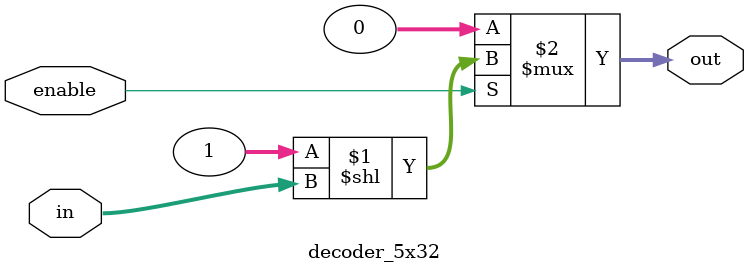
<source format=v>


// 2x4 Decoder
module decoder_2x4(output reg [3:0]out, input wire [1:0]in, input wire enable);
	assign out = (enable) ? (4'b1 << in) : 4'b0;
endmodule

// 5x32 Decoder
module decoder_5x32(output reg [31:0]out, input wire [4:0]in, input wire enable);
	assign out = (enable) ? (32'b1 << in) : 32'b0;
endmodule
</source>
